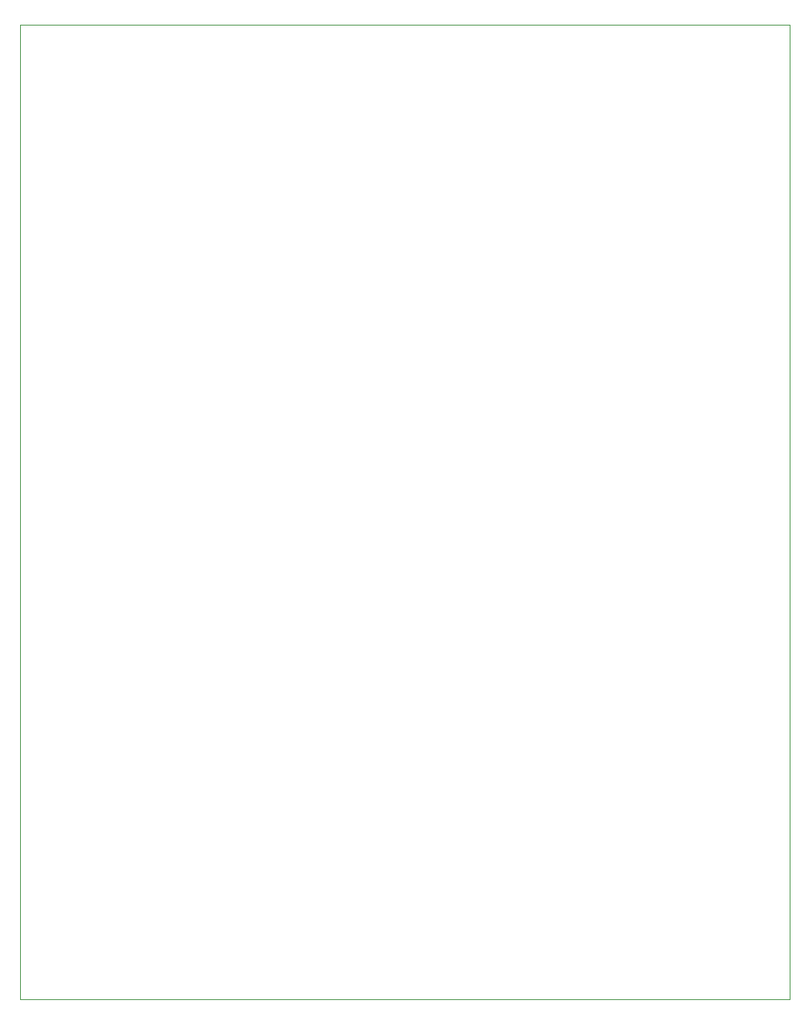
<source format=gm1>
%TF.GenerationSoftware,KiCad,Pcbnew,7.0.2-0*%
%TF.CreationDate,2023-08-30T19:58:31-04:00*%
%TF.ProjectId,Pedometer_Prototype_1,5065646f-6d65-4746-9572-5f50726f746f,rev?*%
%TF.SameCoordinates,Original*%
%TF.FileFunction,Profile,NP*%
%FSLAX46Y46*%
G04 Gerber Fmt 4.6, Leading zero omitted, Abs format (unit mm)*
G04 Created by KiCad (PCBNEW 7.0.2-0) date 2023-08-30 19:58:31*
%MOMM*%
%LPD*%
G01*
G04 APERTURE LIST*
%TA.AperFunction,Profile*%
%ADD10C,0.100000*%
%TD*%
G04 APERTURE END LIST*
D10*
X65024000Y-15240000D02*
X149352000Y-15240000D01*
X149352000Y-121920000D01*
X65024000Y-121920000D01*
X65024000Y-15240000D01*
M02*

</source>
